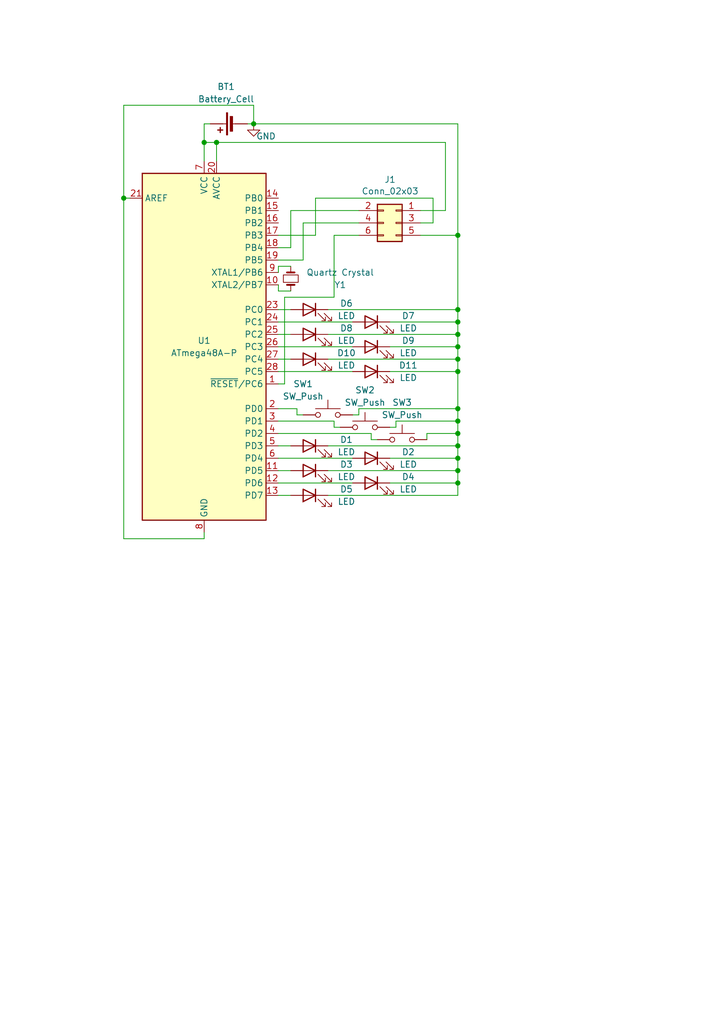
<source format=kicad_sch>
(kicad_sch (version 20230121) (generator eeschema)
  (paper "A5" portrait)
  (lib_symbols
    (symbol "Connector_Generic:Conn_02x03_Odd_Even" (pin_names (offset 1.016) hide)
      (property "Reference" "J" (at 1.27 5.08 0))
      (property "Value" "Conn_02x03_Odd_Even" (at 1.27 -5.08 0))
      (symbol "Conn_02x03_Odd_Even_1_1"
        (rectangle (start -1.27 -2.413) (end 0 -2.667) (stroke (width 0.1524)))
        (rectangle (start -1.27 0.127) (end 0 -0.127) (stroke (width 0.1524)))
        (rectangle (start -1.27 2.667) (end 0 2.413) (stroke (width 0.1524)))
        (rectangle (start -1.27 3.81) (end 3.81 -3.81) (stroke (width 0.254)) (fill (type background)))
        (rectangle (start 3.81 -2.413) (end 2.54 -2.667) (stroke (width 0.1524)))
        (rectangle (start 3.81 0.127) (end 2.54 -0.127) (stroke (width 0.1524)))
        (rectangle (start 3.81 2.667) (end 2.54 2.413) (stroke (width 0.1524)))
        (pin passive line (at -5.08 2.54 0) (length 3.81) (name "Pin_1") (number "1"))
        (pin passive line (at 7.62 2.54 180) (length 3.81) (name "Pin_2") (number "2"))
        (pin passive line (at -5.08 0 0) (length 3.81) (name "Pin_3") (number "3"))
        (pin passive line (at 7.62 0 180) (length 3.81) (name "Pin_4") (number "4"))
        (pin passive line (at -5.08 -2.54 0) (length 3.81) (name "Pin_5") (number "5"))
        (pin passive line (at 7.62 -2.54 180) (length 3.81) (name "Pin_6") (number "6"))
      )
    )
    (symbol "Device:Battery_Cell" (pin_numbers hide) (pin_names (offset 0) hide)
      (property "Reference" "BT" (at 2.54 2.54 0))
      (property "Value" "Battery_Cell" (at 2.54 0 0))
      (symbol "Battery_Cell_0_1"
        (rectangle (start -2.286 1.778) (end 2.286 1.524) (fill (type outline)))
        (rectangle (start -1.524 1.016) (end 1.524 0.508) (fill (type outline)))
        (polyline (pts (xy 0 0.762) (xy 0 0)))
        (polyline (pts (xy 0 1.778) (xy 0 2.54)))
        (polyline (pts (xy 0.762 3.048) (xy 1.778 3.048)) (stroke (width 0.254)))
        (polyline (pts (xy 1.27 3.556) (xy 1.27 2.54)) (stroke (width 0.254)))
      )
      (symbol "Battery_Cell_1_1"
        (pin passive line (at 0 5.08 270) (length 2.54) (name "+") (number "1"))
        (pin passive line (at 0 -2.54 90) (length 2.54) (name "-") (number "2"))
      )
    )
    (symbol "Device:Crystal_Small" (pin_numbers hide) (pin_names (offset 1.016) hide)
      (property "Reference" "Y" (at 0 2.54 0))
      (property "Value" "Crystal_Small" (at 0 -2.54 0))
      (symbol "Crystal_Small_0_1"
        (rectangle (start -0.762 -1.524) (end 0.762 1.524))
        (polyline (pts (xy -1.27 -0.762) (xy -1.27 0.762)) (stroke (width 0.381)))
        (polyline (pts (xy 1.27 -0.762) (xy 1.27 0.762)) (stroke (width 0.381)))
      )
      (symbol "Crystal_Small_1_1"
        (pin passive line (at -2.54 0 0) (length 1.27) (name "1") (number "1"))
        (pin passive line (at 2.54 0 180) (length 1.27) (name "2") (number "2"))
      )
    )
    (symbol "Device:LED" (pin_numbers hide) (pin_names (offset 1.016) hide)
      (property "Reference" "D" (at 0 2.54 0))
      (property "Value" "LED" (at 0 -2.54 0))
      (symbol "LED_0_1"
        (polyline (pts (xy -1.27 -1.27) (xy -1.27 1.27)) (stroke (width 0.254)))
        (polyline (pts (xy -1.27 0) (xy 1.27 0)))
        (polyline (pts (xy 1.27 -1.27) (xy 1.27 1.27) (xy -1.27 0) (xy 1.27 -1.27)) (stroke (width 0.254)))
        (polyline (pts (xy -3.048 -0.762) (xy -4.572 -2.286) (xy -3.81 -2.286) (xy -4.572 -2.286) (xy -4.572 -1.524)))
        (polyline (pts (xy -1.778 -0.762) (xy -3.302 -2.286) (xy -2.54 -2.286) (xy -3.302 -2.286) (xy -3.302 -1.524)))
      )
      (symbol "LED_1_1"
        (pin passive line (at -3.81 0 0) (length 2.54) (name "K") (number "1"))
        (pin passive line (at 3.81 0 180) (length 2.54) (name "A") (number "2"))
      )
    )
    (symbol "MCU_Microchip_ATmega:ATmega48A-P"
      (property "Reference" "U" (at -12.7 36.83 0))
      (property "Value" "ATmega48A-P" (at 2.54 -36.83 0))
      (symbol "ATmega48A-P_0_1"
        (rectangle (start -12.7 -35.56) (end 12.7 35.56) (stroke (width 0.254)) (fill (type background)))
      )
      (symbol "ATmega48A-P_1_1"
        (pin bidirectional line (at 15.24 -7.62 180) (length 2.54) (name "~{RESET}/PC6") (number "1"))
        (pin bidirectional line (at 15.24 12.7 180) (length 2.54) (name "XTAL2/PB7") (number "10"))
        (pin bidirectional line (at 15.24 -25.4 180) (length 2.54) (name "PD5") (number "11"))
        (pin bidirectional line (at 15.24 -27.94 180) (length 2.54) (name "PD6") (number "12"))
        (pin bidirectional line (at 15.24 -30.48 180) (length 2.54) (name "PD7") (number "13"))
        (pin bidirectional line (at 15.24 30.48 180) (length 2.54) (name "PB0") (number "14"))
        (pin bidirectional line (at 15.24 27.94 180) (length 2.54) (name "PB1") (number "15"))
        (pin bidirectional line (at 15.24 25.4 180) (length 2.54) (name "PB2") (number "16"))
        (pin bidirectional line (at 15.24 22.86 180) (length 2.54) (name "PB3") (number "17"))
        (pin bidirectional line (at 15.24 20.32 180) (length 2.54) (name "PB4") (number "18"))
        (pin bidirectional line (at 15.24 17.78 180) (length 2.54) (name "PB5") (number "19"))
        (pin bidirectional line (at 15.24 -12.7 180) (length 2.54) (name "PD0") (number "2"))
        (pin power_in line (at 2.54 38.1 270) (length 2.54) (name "AVCC") (number "20"))
        (pin passive line (at -15.24 30.48 0) (length 2.54) (name "AREF") (number "21"))
        (pin passive line (at 0 -38.1 90) (length 2.54) hide (name "GND") (number "22"))
        (pin bidirectional line (at 15.24 7.62 180) (length 2.54) (name "PC0") (number "23"))
        (pin bidirectional line (at 15.24 5.08 180) (length 2.54) (name "PC1") (number "24"))
        (pin bidirectional line (at 15.24 2.54 180) (length 2.54) (name "PC2") (number "25"))
        (pin bidirectional line (at 15.24 0 180) (length 2.54) (name "PC3") (number "26"))
        (pin bidirectional line (at 15.24 -2.54 180) (length 2.54) (name "PC4") (number "27"))
        (pin bidirectional line (at 15.24 -5.08 180) (length 2.54) (name "PC5") (number "28"))
        (pin bidirectional line (at 15.24 -15.24 180) (length 2.54) (name "PD1") (number "3"))
        (pin bidirectional line (at 15.24 -17.78 180) (length 2.54) (name "PD2") (number "4"))
        (pin bidirectional line (at 15.24 -20.32 180) (length 2.54) (name "PD3") (number "5"))
        (pin bidirectional line (at 15.24 -22.86 180) (length 2.54) (name "PD4") (number "6"))
        (pin power_in line (at 0 38.1 270) (length 2.54) (name "VCC") (number "7"))
        (pin power_in line (at 0 -38.1 90) (length 2.54) (name "GND") (number "8"))
        (pin bidirectional line (at 15.24 15.24 180) (length 2.54) (name "XTAL1/PB6") (number "9"))
      )
    )
    (symbol "Switch:SW_Push" (pin_numbers hide) (pin_names (offset 1.016) hide)
      (property "Reference" "SW" (at 1.27 2.54 0))
      (property "Value" "SW_Push" (at 0 -1.524 0))
      (symbol "SW_Push_0_1"
        (circle (center -2.032 0) (radius 0.508))
        (polyline (pts (xy 0 1.27) (xy 0 3.048)))
        (polyline (pts (xy 2.54 1.27) (xy -2.54 1.27)))
        (circle (center 2.032 0) (radius 0.508))
        (pin passive line (at -5.08 0 0) (length 2.54) (name "1") (number "1"))
        (pin passive line (at 5.08 0 180) (length 2.54) (name "2") (number "2"))
      )
    )
    (symbol "power:GND" (power) (pin_names (offset 0))
      (property "Value" "GND" (at 0 -3.81 0))
      (symbol "GND_0_1"
        (polyline (pts (xy 0 0) (xy 0 -1.27) (xy 1.27 -1.27) (xy 0 -2.54) (xy -1.27 -1.27) (xy 0 -1.27)))
      )
      (symbol "GND_1_1"
        (pin power_in line (at 0 0 270) (length 0) hide (name "GND") (number "1"))
      )
    )
  )
  (junction (at 93.98 96.52))
  (junction (at 93.98 93.98))
  (junction (at 93.98 91.44))
  (junction (at 41.91 29.21))
  (junction (at 93.98 48.26))
  (junction (at 93.98 68.58))
  (junction (at 93.98 66.04))
  (junction (at 52.07 25.4))
  (junction (at 93.98 71.12))
  (junction (at 25.4 40.64))
  (junction (at 93.98 63.5))
  (junction (at 44.45 29.21))
  (junction (at 93.98 83.82))
  (junction (at 93.98 76.2))
  (junction (at 93.98 73.66))
  (junction (at 93.98 86.36))
  (junction (at 93.98 88.9))
  (junction (at 93.98 99.06))
  (wire (pts (xy 57.15 99.06) (xy 72.39 99.06)))
  (wire (pts (xy 62.23 45.72) (xy 73.66 45.72)))
  (wire (pts (xy 93.98 48.26) (xy 93.98 63.5)))
  (wire (pts (xy 93.98 86.36) (xy 93.98 88.9)))
  (wire (pts (xy 57.15 71.12) (xy 72.39 71.12)))
  (wire (pts (xy 93.98 88.9) (xy 93.98 91.44)))
  (wire (pts (xy 52.07 25.4) (xy 50.8 25.4)))
  (wire (pts (xy 93.98 93.98) (xy 93.98 96.52)))
  (wire (pts (xy 41.91 25.4) (xy 41.91 29.21)))
  (wire (pts (xy 60.96 83.82) (xy 57.15 83.82)))
  (wire (pts (xy 86.36 48.26) (xy 93.98 48.26)))
  (wire (pts (xy 57.15 73.66) (xy 59.69 73.66)))
  (wire (pts (xy 93.98 63.5) (xy 93.98 66.04)))
  (wire (pts (xy 44.45 29.21) (xy 44.45 33.02)))
  (wire (pts (xy 93.98 76.2) (xy 93.98 83.82)))
  (wire (pts (xy 81.28 86.36) (xy 93.98 86.36)))
  (wire (pts (xy 93.98 93.98) (xy 80.01 93.98)))
  (wire (pts (xy 57.15 96.52) (xy 59.69 96.52)))
  (wire (pts (xy 68.58 48.26) (xy 73.66 48.26)))
  (wire (pts (xy 60.96 85.09) (xy 62.23 85.09)))
  (wire (pts (xy 57.15 91.44) (xy 59.69 91.44)))
  (wire (pts (xy 57.15 78.74) (xy 58.42 78.74)))
  (wire (pts (xy 57.15 63.5) (xy 59.69 63.5)))
  (wire (pts (xy 62.23 53.34) (xy 62.23 45.72)))
  (wire (pts (xy 88.9 40.64) (xy 88.9 45.72)))
  (wire (pts (xy 67.31 73.66) (xy 93.98 73.66)))
  (wire (pts (xy 67.31 101.6) (xy 93.98 101.6)))
  (wire (pts (xy 25.4 21.59) (xy 25.4 40.64)))
  (wire (pts (xy 76.2 88.9) (xy 57.15 88.9)))
  (wire (pts (xy 73.66 83.82) (xy 73.66 85.09)))
  (wire (pts (xy 93.98 76.2) (xy 80.01 76.2)))
  (wire (pts (xy 41.91 25.4) (xy 43.18 25.4)))
  (wire (pts (xy 73.66 85.09) (xy 72.39 85.09)))
  (wire (pts (xy 93.98 88.9) (xy 87.63 88.9)))
  (wire (pts (xy 57.15 76.2) (xy 72.39 76.2)))
  (wire (pts (xy 64.77 40.64) (xy 88.9 40.64)))
  (wire (pts (xy 93.98 66.04) (xy 80.01 66.04)))
  (wire (pts (xy 93.98 68.58) (xy 93.98 71.12)))
  (wire (pts (xy 93.98 83.82) (xy 93.98 86.36)))
  (wire (pts (xy 93.98 91.44) (xy 93.98 93.98)))
  (wire (pts (xy 88.9 45.72) (xy 86.36 45.72)))
  (wire (pts (xy 93.98 96.52) (xy 93.98 99.06)))
  (wire (pts (xy 93.98 25.4) (xy 93.98 48.26)))
  (wire (pts (xy 76.2 90.17) (xy 76.2 88.9)))
  (wire (pts (xy 25.4 110.49) (xy 41.91 110.49)))
  (wire (pts (xy 52.07 21.59) (xy 25.4 21.59)))
  (wire (pts (xy 68.58 87.63) (xy 68.58 86.36)))
  (wire (pts (xy 59.69 50.8) (xy 59.69 43.18)))
  (wire (pts (xy 68.58 87.63) (xy 69.85 87.63)))
  (wire (pts (xy 57.15 54.61) (xy 57.15 55.88)))
  (wire (pts (xy 59.69 54.61) (xy 57.15 54.61)))
  (wire (pts (xy 25.4 40.64) (xy 26.67 40.64)))
  (wire (pts (xy 81.28 87.63) (xy 80.01 87.63)))
  (wire (pts (xy 93.98 66.04) (xy 93.98 68.58)))
  (wire (pts (xy 57.15 66.04) (xy 72.39 66.04)))
  (wire (pts (xy 93.98 99.06) (xy 80.01 99.06)))
  (wire (pts (xy 67.31 68.58) (xy 93.98 68.58)))
  (wire (pts (xy 93.98 73.66) (xy 93.98 76.2)))
  (wire (pts (xy 67.31 96.52) (xy 93.98 96.52)))
  (wire (pts (xy 57.15 50.8) (xy 59.69 50.8)))
  (wire (pts (xy 67.31 91.44) (xy 93.98 91.44)))
  (wire (pts (xy 52.07 25.4) (xy 52.07 21.59)))
  (wire (pts (xy 57.15 53.34) (xy 62.23 53.34)))
  (wire (pts (xy 91.44 29.21) (xy 91.44 43.18)))
  (wire (pts (xy 57.15 68.58) (xy 59.69 68.58)))
  (wire (pts (xy 60.96 85.09) (xy 60.96 83.82)))
  (wire (pts (xy 44.45 29.21) (xy 91.44 29.21)))
  (wire (pts (xy 68.58 48.26) (xy 68.58 60.96)))
  (wire (pts (xy 57.15 59.69) (xy 57.15 58.42)))
  (wire (pts (xy 59.69 43.18) (xy 73.66 43.18)))
  (wire (pts (xy 57.15 48.26) (xy 64.77 48.26)))
  (wire (pts (xy 52.07 25.4) (xy 93.98 25.4)))
  (wire (pts (xy 41.91 29.21) (xy 41.91 33.02)))
  (wire (pts (xy 41.91 109.22) (xy 41.91 110.49)))
  (wire (pts (xy 64.77 48.26) (xy 64.77 40.64)))
  (wire (pts (xy 91.44 43.18) (xy 86.36 43.18)))
  (wire (pts (xy 81.28 87.63) (xy 81.28 86.36)))
  (wire (pts (xy 44.45 29.21) (xy 41.91 29.21)))
  (wire (pts (xy 57.15 101.6) (xy 59.69 101.6)))
  (wire (pts (xy 58.42 78.74) (xy 58.42 60.96)))
  (wire (pts (xy 93.98 99.06) (xy 93.98 101.6)))
  (wire (pts (xy 93.98 71.12) (xy 93.98 73.66)))
  (wire (pts (xy 58.42 60.96) (xy 68.58 60.96)))
  (wire (pts (xy 87.63 88.9) (xy 87.63 90.17)))
  (wire (pts (xy 59.69 59.69) (xy 57.15 59.69)))
  (wire (pts (xy 93.98 83.82) (xy 73.66 83.82)))
  (wire (pts (xy 67.31 63.5) (xy 93.98 63.5)))
  (wire (pts (xy 57.15 93.98) (xy 72.39 93.98)))
  (wire (pts (xy 93.98 71.12) (xy 80.01 71.12)))
  (wire (pts (xy 25.4 40.64) (xy 25.4 110.49)))
  (wire (pts (xy 68.58 86.36) (xy 57.15 86.36)))
  (wire (pts (xy 76.2 90.17) (xy 77.47 90.17)))
  (symbol (lib_id "Device:LED") (at 63.5 68.58 0) (mirror y) (unit 1)
    (property "Reference" "D8" (at 71.12 67.31 0))
    (property "Value" "LED" (at 71.12 69.85 0))
    (property "Footprint" "LED_THT:LED_D3.0mm" (effects hide))
  )
  (symbol (lib_id "Device:Battery_Cell") (at 48.26 25.4 90) (mirror x) (unit 1)
    (property "Reference" "BT1" (at 46.4185 17.78 90))
    (property "Value" "Battery_Cell" (at 46.4185 20.32 90))
    (property "Footprint" "Battery:BatteryHolder_Keystone_106_1x20mm" (effects hide))
  )
  (symbol (lib_id "Device:Crystal_Small") (at 59.69 57.15 270) (mirror x) (unit 1)
    (property "Reference" "Y1" (at 69.85 58.42 90))
    (property "Value" "Quartz Crystal" (at 69.85 55.88 90))
    (property "Footprint" "Inductor_THT:L_Radial_D6.0mm_P4.00mm" (effects hide))
  )
  (symbol (lib_id "Device:LED") (at 76.2 66.04 0) (mirror y) (unit 1)
    (property "Reference" "D7" (at 83.82 64.77 0))
    (property "Value" "LED" (at 83.82 67.31 0))
    (property "Footprint" "LED_THT:LED_D3.0mm" (effects hide))
  )
  (symbol (lib_id "Switch:SW_Push") (at 67.31 85.09 0) (unit 1)
    (property "Reference" "SW1" (at 62.23 78.74 0))
    (property "Value" "SW_Push" (at 62.23 81.28 0))
    (property "Footprint" "Button_Switch_THT:SW_PUSH_1P1T_6x3.5mm_H5.0_APEM_MJTP1250" (effects hide))
  )
  (symbol (lib_id "Device:LED") (at 63.5 91.44 0) (mirror y) (unit 1)
    (property "Reference" "D1" (at 71.12 90.17 0))
    (property "Value" "LED" (at 71.12 92.71 0))
    (property "Footprint" "LED_THT:LED_D3.0mm" (effects hide))
  )
  (symbol (lib_id "Device:LED") (at 76.2 71.12 0) (mirror y) (unit 1)
    (property "Reference" "D9" (at 83.82 69.85 0))
    (property "Value" "LED" (at 83.82 72.39 0))
    (property "Footprint" "LED_THT:LED_D3.0mm" (effects hide))
  )
  (symbol (lib_id "Device:LED") (at 63.5 73.66 0) (mirror y) (unit 1)
    (property "Reference" "D10" (at 71.12 72.39 0))
    (property "Value" "LED" (at 71.12 74.93 0))
    (property "Footprint" "LED_THT:LED_D3.0mm" (effects hide))
  )
  (symbol (lib_id "power:GND") (at 52.07 25.4 0) (unit 1)
    (property "Reference" "#PWR01" (effects hide))
    (property "Value" "GND" (at 54.61 27.94 0))
  )
  (symbol (lib_id "Device:LED") (at 76.2 93.98 0) (mirror y) (unit 1)
    (property "Reference" "D2" (at 83.82 92.71 0))
    (property "Value" "LED" (at 83.82 95.25 0))
    (property "Footprint" "LED_THT:LED_D3.0mm" (effects hide))
  )
  (symbol (lib_id "Device:LED") (at 63.5 63.5 0) (mirror y) (unit 1)
    (property "Reference" "D6" (at 71.12 62.23 0))
    (property "Value" "LED" (at 71.12 64.77 0))
    (property "Footprint" "LED_THT:LED_D3.0mm" (effects hide))
  )
  (symbol (lib_id "Switch:SW_Push") (at 74.93 87.63 0) (unit 1)
    (property "Reference" "SW2" (at 74.93 80.01 0))
    (property "Value" "SW_Push" (at 74.93 82.55 0))
    (property "Footprint" "Button_Switch_THT:SW_PUSH_1P1T_6x3.5mm_H5.0_APEM_MJTP1250" (effects hide))
  )
  (symbol (lib_id "MCU_Microchip_ATmega:ATmega48A-P") (at 41.91 71.12 0) (unit 1)
    (property "Reference" "U1" (at 41.91 69.85 0))
    (property "Value" "ATmega48A-P" (at 41.91 72.39 0))
    (property "Footprint" "Package_DIP:DIP-28_W7.62mm" (effects hide))
    (property "Datasheet" "http://ww1.microchip.com/downloads/en/DeviceDoc/ATmega48A_88A_168A-Data-Sheet-40002007A.pdf" (effects hide))
  )
  (symbol (lib_id "Device:LED") (at 76.2 76.2 0) (mirror y) (unit 1)
    (property "Reference" "D11" (at 83.82 74.93 0))
    (property "Value" "LED" (at 83.82 77.47 0))
    (property "Footprint" "LED_THT:LED_D3.0mm" (effects hide))
  )
  (symbol (lib_id "Device:LED") (at 63.5 96.52 0) (mirror y) (unit 1)
    (property "Reference" "D3" (at 71.12 95.25 0))
    (property "Value" "LED" (at 71.12 97.79 0))
    (property "Footprint" "LED_THT:LED_D3.0mm" (effects hide))
  )
  (symbol (lib_id "Connector_Generic:Conn_02x03_Odd_Even") (at 81.28 45.72 0) (mirror y) (unit 1)
    (property "Reference" "J1" (at 81.28 36.83 0) (effects (justify left)))
    (property "Value" "Conn_02x03" (at 85.9741 39.2082 0) (effects (justify left)))
    (property "Footprint" "Connector_PinSocket_2.54mm:PinSocket_2x03_P2.54mm_Vertical" (effects hide))
  )
  (symbol (lib_id "Device:LED") (at 63.5 101.6 0) (mirror y) (unit 1)
    (property "Reference" "D5" (at 71.12 100.33 0))
    (property "Value" "LED" (at 71.12 102.87 0))
    (property "Footprint" "LED_THT:LED_D3.0mm" (effects hide))
  )
  (symbol (lib_id "Device:LED") (at 76.2 99.06 0) (mirror y) (unit 1)
    (property "Reference" "D4" (at 83.82 97.79 0))
    (property "Value" "LED" (at 83.82 100.33 0))
    (property "Footprint" "LED_THT:LED_D3.0mm" (effects hide))
  )
  (symbol (lib_id "Switch:SW_Push") (at 82.55 90.17 0) (unit 1)
    (property "Reference" "SW3" (at 82.55 82.55 0))
    (property "Value" "SW_Push" (at 82.55 85.09 0))
    (property "Footprint" "Button_Switch_THT:SW_PUSH_1P1T_6x3.5mm_H5.0_APEM_MJTP1250" (effects hide))
  )
)
</source>
